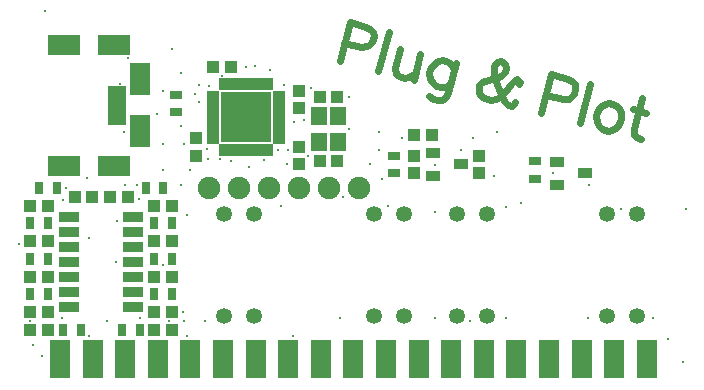
<source format=gts>
%FSLAX46Y46*%
%MOMM*%
%ADD10C,0.600000*%
%AMPS18*
1,1,1.350000,0.000000,0.000000*
%
%ADD18PS18*%
%AMPS17*
1,1,1.350000,0.000000,0.000000*
%
%ADD17PS17*%
%AMPS16*
1,1,1.900000,0.000000,0.000000*
%
%ADD16PS16*%
%AMPS35*
21,1,2.700000,1.700000,0.000000,0.000000,0.000000*
%
%ADD35PS35*%
%AMPS32*
21,1,2.700000,1.700000,0.000000,0.000000,90.000000*
%
%ADD32PS32*%
%AMPS34*
21,1,2.700000,1.700000,0.000000,0.000000,180.000000*
%
%ADD34PS34*%
%AMPS31*
21,1,2.700000,1.700000,0.000000,0.000000,270.000000*
%
%ADD31PS31*%
%AMPS27*
21,1,0.500000,0.950000,0.000000,0.000000,0.000000*
%
%ADD27PS27*%
%AMPS28*
21,1,0.500000,0.950000,0.000000,0.000000,90.000000*
%
%ADD28PS28*%
%AMPS26*
21,1,0.500000,0.950000,0.000000,0.000000,180.000000*
%
%ADD26PS26*%
%AMPS29*
21,1,0.500000,0.950000,0.000000,0.000000,270.000000*
%
%ADD29PS29*%
%AMPS22*
21,1,0.800000,1.700000,0.000000,0.000000,90.000000*
%
%ADD22PS22*%
%AMPS21*
21,1,0.800000,1.700000,0.000000,0.000000,270.000000*
%
%ADD21PS21*%
%AMPS15*
21,1,1.000000,0.950000,0.000000,0.000000,0.000000*
%
%ADD15PS15*%
%AMPS23*
21,1,1.000000,0.950000,0.000000,0.000000,90.000000*
%
%ADD23PS23*%
%AMPS13*
21,1,1.000000,0.950000,0.000000,0.000000,180.000000*
%
%ADD13PS13*%
%AMPS14*
21,1,1.000000,0.950000,0.000000,0.000000,270.000000*
%
%ADD14PS14*%
%AMPS33*
21,1,1.450000,0.600000,0.000000,0.000000,0.000000*
%
%ADD33PS33*%
%AMPS20*
21,1,0.900000,1.200000,0.000000,0.000000,90.000000*
%
%ADD20PS20*%
%AMPS30*
21,1,4.300000,4.300000,0.000000,0.000000,180.000000*
%
%ADD30PS30*%
%AMPS24*
21,1,1.600000,1.400000,0.000000,0.000000,90.000000*
%
%ADD24PS24*%
%AMPS19*
21,1,0.700000,1.100000,0.000000,0.000000,0.000000*
%
%ADD19PS19*%
%AMPS12*
21,1,0.700000,1.100000,0.000000,0.000000,90.000000*
%
%ADD12PS12*%
%AMPS11*
21,1,0.700000,1.100000,0.000000,0.000000,180.000000*
%
%ADD11PS11*%
%AMPS36*
1,1,0.300000,0.000000,0.000000*
%
%ADD36PS36*%
%AMPS25*
21,1,3.200000,1.700000,0.000000,0.000000,90.000000*
%
%ADD25PS25*%
G01*
G01*
%LPD*%
D10*
X28181424Y26747142D02*
X29032828Y30038814D01*
D10*
X30443544Y29673928D02*
X29032828Y30038814D01*
D10*
X30873240Y29395552D02*
X30443544Y29673928D01*
D10*
X30989444Y29198262D02*
X30873240Y29395552D01*
D10*
X31065104Y28844226D02*
X30989444Y29198262D01*
D10*
X30943476Y28373988D02*
X31065104Y28844226D01*
D10*
X30705644Y28101038D02*
X30943476Y28373988D01*
D10*
X30508352Y27984834D02*
X30705644Y28101038D01*
D10*
X29997572Y27949718D02*
X30508352Y27984834D01*
D10*
X28586856Y28314604D02*
X29997572Y27949718D01*
D10*
X31473098Y25895736D02*
X32324502Y29187410D01*
D10*
X32889240Y26198378D02*
X33294670Y27765842D01*
D10*
X32924356Y25687596D02*
X32889240Y26198378D01*
D10*
X33197306Y25449764D02*
X32924356Y25687596D01*
D10*
X33667544Y25328134D02*
X33197306Y25449764D01*
D10*
X34021584Y25403794D02*
X33667544Y25328134D01*
D10*
X34613448Y25752404D02*
X34021584Y25403794D01*
D10*
X34451280Y25125420D02*
X35018880Y27319868D01*
D10*
X37348368Y24041608D02*
X37997060Y26549550D01*
D10*
X37069996Y23611912D02*
X37348368Y24041608D01*
D10*
X36872708Y23495708D02*
X37069996Y23611912D01*
D10*
X36518672Y23420048D02*
X36872708Y23495708D01*
D10*
X36048432Y23541678D02*
X36518672Y23420048D01*
D10*
X35775480Y23779510D02*
X36048432Y23541678D01*
D10*
X37643024Y26473888D02*
X37875432Y26079312D01*
D10*
X37370076Y26711722D02*
X37643024Y26473888D01*
D10*
X36899836Y26833352D02*
X37370076Y26711722D01*
D10*
X36545800Y26757692D02*
X36899836Y26833352D01*
D10*
X36151224Y26525284D02*
X36545800Y26757692D01*
D10*
X35872848Y26095588D02*
X36151224Y26525284D01*
D10*
X35791760Y25782096D02*
X35872848Y26095588D01*
D10*
X35826876Y25271314D02*
X35791760Y25782096D01*
D10*
X36059284Y24876734D02*
X35826876Y25271314D01*
D10*
X36332232Y24638902D02*
X36059284Y24876734D01*
D10*
X36802472Y24517274D02*
X36332232Y24638902D01*
D10*
X37156508Y24592934D02*
X36802472Y24517274D01*
D10*
X37551088Y24825340D02*
X37156508Y24592934D01*
D10*
X43442640Y24973796D02*
X43402096Y24817050D01*
D10*
X43326436Y25171086D02*
X43442640Y24973796D01*
D10*
X43169688Y25211628D02*
X43326436Y25171086D01*
D10*
X42972400Y25095426D02*
X43169688Y25211628D01*
D10*
X42734568Y24822476D02*
X42972400Y25095426D01*
D10*
X42218360Y24119830D02*
X42734568Y24822476D01*
D10*
X41783240Y23730678D02*
X42218360Y24119830D01*
D10*
X41388660Y23498270D02*
X41783240Y23730678D01*
D10*
X41034624Y23422610D02*
X41388660Y23498270D01*
D10*
X40407640Y23584782D02*
X41034624Y23422610D01*
D10*
X40134688Y23822616D02*
X40407640Y23584782D01*
D10*
X40018484Y24019904D02*
X40134688Y23822616D01*
D10*
X39942824Y24373940D02*
X40018484Y24019904D01*
D10*
X40023912Y24687432D02*
X39942824Y24373940D01*
D10*
X40261744Y24960382D02*
X40023912Y24687432D01*
D10*
X40459032Y25076586D02*
X40261744Y24960382D01*
D10*
X41718432Y25419770D02*
X40459032Y25076586D01*
D10*
X41915720Y25535974D02*
X41718432Y25419770D01*
D10*
X42153552Y25808922D02*
X41915720Y25535974D01*
D10*
X42234640Y26122416D02*
X42153552Y25808922D01*
D10*
X42158976Y26476452D02*
X42234640Y26122416D01*
D10*
X41886028Y26714284D02*
X42158976Y26476452D01*
D10*
X41531992Y26638624D02*
X41886028Y26714284D01*
D10*
X41294160Y26365674D02*
X41531992Y26638624D01*
D10*
X41213072Y26052180D02*
X41294160Y26365674D01*
D10*
X41248192Y25541400D02*
X41213072Y26052180D01*
D10*
X41440056Y24990074D02*
X41248192Y25541400D01*
D10*
X41939984Y23690134D02*
X41440056Y24990074D01*
D10*
X42172392Y23295556D02*
X41939984Y23690134D01*
D10*
X42445340Y23057724D02*
X42172392Y23295556D01*
D10*
X42758832Y22976636D02*
X42445340Y23057724D01*
D10*
X42956124Y23092840D02*
X42758832Y22976636D01*
D10*
X42996664Y23249586D02*
X42956124Y23092840D01*
D10*
X45266776Y22327948D02*
X46118180Y25619620D01*
D10*
X47528896Y25254734D02*
X46118180Y25619620D01*
D10*
X47958592Y24976358D02*
X47528896Y25254734D01*
D10*
X48074796Y24779068D02*
X47958592Y24976358D01*
D10*
X48150456Y24425032D02*
X48074796Y24779068D01*
D10*
X48028828Y23954794D02*
X48150456Y24425032D01*
D10*
X47790992Y23681844D02*
X48028828Y23954794D01*
D10*
X47593704Y23565640D02*
X47790992Y23681844D01*
D10*
X47082920Y23530524D02*
X47593704Y23565640D01*
D10*
X45672204Y23895412D02*
X47082920Y23530524D01*
D10*
X48558448Y21476544D02*
X49409852Y24768216D01*
D10*
X50652972Y23108816D02*
X51007008Y23184476D01*
D10*
X50258392Y22876408D02*
X50652972Y23108816D01*
D10*
X49980016Y22446712D02*
X50258392Y22876408D01*
D10*
X49898932Y22133220D02*
X49980016Y22446712D01*
D10*
X49934048Y21622438D02*
X49898932Y22133220D01*
D10*
X50166456Y21227860D02*
X49934048Y21622438D01*
D10*
X50439404Y20990028D02*
X50166456Y21227860D01*
D10*
X50909644Y20868398D02*
X50439404Y20990028D01*
D10*
X51263680Y20944058D02*
X50909644Y20868398D01*
D10*
X51658256Y21176464D02*
X51263680Y20944058D01*
D10*
X51936632Y21606160D02*
X51658256Y21176464D01*
D10*
X52017720Y21919654D02*
X51936632Y21606160D01*
D10*
X51982600Y22430436D02*
X52017720Y21919654D01*
D10*
X51750196Y22825014D02*
X51982600Y22430436D01*
D10*
X51477244Y23062846D02*
X51750196Y22825014D01*
D10*
X51007008Y23184476D02*
X51477244Y23062846D01*
D10*
X53109516Y20968324D02*
X53798748Y23633012D01*
D10*
X53144636Y20457542D02*
X53109516Y20968324D01*
D10*
X53417584Y20219708D02*
X53144636Y20457542D01*
D10*
X53731076Y20138622D02*
X53417584Y20219708D01*
D10*
X54141932Y22373614D02*
X53044708Y22657416D01*
G75*
D11*
X6250000Y4000000D03*
D11*
X4750000Y4000000D03*
D11*
X14000000Y13000000D03*
D11*
X12500000Y13000000D03*
D12*
X32750000Y17250000D03*
D12*
X32750000Y18750000D03*
D13*
X12500000Y4000000D03*
D13*
X14000000Y4000000D03*
D14*
X24750000Y22750000D03*
D14*
X24750000Y24250000D03*
D15*
X14000000Y14500000D03*
D15*
X12500000Y14500000D03*
D13*
X5750000Y15250000D03*
D13*
X7250000Y15250000D03*
D16*
X22230000Y16000000D03*
D16*
X29850000Y16000000D03*
D16*
X27310000Y16000000D03*
D16*
X19690000Y16000000D03*
D16*
X24770000Y16000000D03*
D16*
X17150000Y16000000D03*
D12*
X14350000Y22400000D03*
D12*
X14350000Y23900000D03*
D13*
X2000000Y14500000D03*
D13*
X3500000Y14500000D03*
D17*
X40670000Y13800000D03*
D17*
X53370000Y13800000D03*
D18*
X50830000Y5200000D03*
D17*
X38130000Y13800000D03*
D17*
X50830000Y13800000D03*
D18*
X53370000Y5200000D03*
D18*
X38130000Y5200000D03*
D18*
X40670000Y5200000D03*
D11*
X4250000Y16000000D03*
D11*
X2750000Y16000000D03*
D14*
X40000000Y17250000D03*
D14*
X40000000Y18750000D03*
D19*
X2000000Y13000000D03*
D19*
X3500000Y13000000D03*
D15*
X19000000Y26250000D03*
D15*
X17500000Y26250000D03*
D15*
X28000000Y23750000D03*
D15*
X26500000Y23750000D03*
D19*
X12500000Y10000000D03*
D19*
X14000000Y10000000D03*
D15*
X14000000Y11500000D03*
D15*
X12500000Y11500000D03*
D11*
X14000000Y7000000D03*
D11*
X12500000Y7000000D03*
D13*
X2000000Y5500000D03*
D13*
X3500000Y5500000D03*
D13*
X34500000Y20500000D03*
D13*
X36000000Y20500000D03*
D20*
X48950000Y17250000D03*
D20*
X46550000Y18200000D03*
D20*
X46550000Y16300000D03*
D21*
X5300000Y8480000D03*
D21*
X5300000Y11020000D03*
D22*
X10700000Y8480000D03*
D21*
X5300000Y13560000D03*
D22*
X10700000Y7210000D03*
D22*
X10700000Y9750000D03*
D21*
X5300000Y7210000D03*
D22*
X10700000Y11020000D03*
D21*
X5300000Y9750000D03*
D22*
X10700000Y13560000D03*
D22*
X10700000Y12290000D03*
D21*
X5300000Y12290000D03*
D21*
X5300000Y5940000D03*
D22*
X10700000Y5940000D03*
D19*
X2000000Y7000000D03*
D19*
X3500000Y7000000D03*
D15*
X10250000Y15250000D03*
D15*
X8750000Y15250000D03*
D23*
X34500000Y18750000D03*
D23*
X34500000Y17250000D03*
D17*
X20920000Y13800000D03*
D17*
X33620000Y13800000D03*
D18*
X31080000Y5200000D03*
D17*
X18380000Y13800000D03*
D17*
X31080000Y13800000D03*
D18*
X33620000Y5200000D03*
D18*
X18380000Y5200000D03*
D18*
X20920000Y5200000D03*
D24*
X26450000Y22100000D03*
D24*
X26450000Y19900000D03*
D24*
X28050000Y19900000D03*
D24*
X28050000Y22100000D03*
D13*
X2000000Y11500000D03*
D13*
X3500000Y11500000D03*
D25*
X7270000Y1500000D03*
D25*
X15550000Y1500000D03*
D25*
X37630000Y1500000D03*
D25*
X45910000Y1500000D03*
D25*
X26590000Y1500000D03*
D25*
X43150000Y1500000D03*
D25*
X18310000Y1500000D03*
D25*
X29350000Y1500000D03*
D25*
X40390000Y1500000D03*
D25*
X4510000Y1500000D03*
D25*
X54190000Y1500000D03*
D25*
X12790000Y1500000D03*
D25*
X21070000Y1500000D03*
D25*
X32110000Y1500000D03*
D25*
X48670000Y1500000D03*
D25*
X34870000Y1500000D03*
D25*
X51430000Y1500000D03*
D25*
X23830000Y1500000D03*
D25*
X10030000Y1500000D03*
D26*
X19250000Y24775000D03*
D27*
X20250000Y19225000D03*
D28*
X23025000Y24000000D03*
D27*
X20750000Y19225000D03*
D27*
X21250000Y19225000D03*
D26*
X18250000Y24775000D03*
D27*
X21750000Y19225000D03*
D27*
X22250000Y19225000D03*
D26*
X21250000Y24775000D03*
D29*
X17475000Y22500000D03*
D27*
X19250000Y19225000D03*
D26*
X21750000Y24775000D03*
D28*
X23025000Y23500000D03*
D29*
X17475000Y22000000D03*
D26*
X20250000Y24775000D03*
D28*
X23025000Y22000000D03*
D28*
X23025000Y21500000D03*
D28*
X23025000Y22500000D03*
D26*
X20750000Y24775000D03*
D28*
X23025000Y20000000D03*
D29*
X17475000Y21500000D03*
D27*
X19750000Y19225000D03*
D29*
X17475000Y24000000D03*
D26*
X22250000Y24775000D03*
D26*
X19750000Y24775000D03*
D28*
X23025000Y23000000D03*
D29*
X17475000Y23000000D03*
D29*
X17475000Y20000000D03*
D29*
X17475000Y20500000D03*
D26*
X18750000Y24775000D03*
D28*
X23025000Y20500000D03*
D27*
X18250000Y19225000D03*
D29*
X17475000Y21000000D03*
D28*
X23025000Y21000000D03*
D30*
X20250000Y22000000D03*
D29*
X17475000Y23500000D03*
D27*
X18750000Y19225000D03*
D31*
X11250000Y25200000D03*
D32*
X11250000Y20800000D03*
D33*
X9375000Y22350000D03*
D34*
X9050000Y17850000D03*
D35*
X4850000Y28150000D03*
D33*
X9375000Y24300000D03*
D34*
X4850000Y17850000D03*
D35*
X9050000Y28150000D03*
D33*
X9375000Y23000000D03*
D33*
X9375000Y21700000D03*
D33*
X9375000Y23650000D03*
D15*
X3500000Y4000000D03*
D15*
X2000000Y4000000D03*
D13*
X26500000Y18250000D03*
D13*
X28000000Y18250000D03*
D20*
X38450000Y18000000D03*
D20*
X36050000Y18950000D03*
D20*
X36050000Y17050000D03*
D19*
X11750000Y16000000D03*
D19*
X13250000Y16000000D03*
D12*
X44750000Y16750000D03*
D12*
X44750000Y18250000D03*
D15*
X14000000Y5500000D03*
D15*
X12500000Y5500000D03*
D19*
X9750000Y4000000D03*
D19*
X11250000Y4000000D03*
D23*
X16000000Y20250000D03*
D23*
X16000000Y18750000D03*
D15*
X14000000Y8500000D03*
D15*
X12500000Y8500000D03*
D13*
X2000000Y8500000D03*
D13*
X3500000Y8500000D03*
D11*
X3500000Y10000000D03*
D11*
X2000000Y10000000D03*
D14*
X24750000Y18000000D03*
D14*
X24750000Y19500000D03*
D36*
X21750000Y18340010D03*
D36*
X15499999Y17499999D03*
D36*
X11000000Y16250000D03*
D36*
X23750000Y18000000D03*
D36*
X20500001Y17749999D03*
D36*
X7000000Y11750000D03*
D36*
X13250000Y24250000D03*
D36*
X57250000Y1250000D03*
D36*
X28250000Y5000000D03*
D36*
X31750000Y16750000D03*
D36*
X31500000Y19250000D03*
D36*
X15250000Y13750000D03*
D36*
X24340010Y21615739D03*
D36*
X12750000Y22250000D03*
D36*
X23250000Y14500000D03*
D36*
X18020455Y18500001D03*
D36*
X2000000Y4750000D03*
D36*
X41250000Y17000000D03*
D36*
X32250000Y14500000D03*
D36*
X29000000Y23750000D03*
D36*
X15000000Y19750000D03*
D36*
X17084512Y24621511D03*
D36*
X11207799Y15042201D03*
D36*
X25133849Y21776795D03*
D36*
X1000000Y11250000D03*
D36*
X14750000Y25750000D03*
D36*
X10250000Y27000000D03*
D36*
X28500000Y15250000D03*
D36*
X25500000Y18750000D03*
D36*
X3250000Y31000000D03*
D36*
X36250000Y14000000D03*
D36*
X46250000Y17250000D03*
D36*
X54750000Y5000000D03*
D36*
X10025000Y16250000D03*
D36*
X36250000Y17975000D03*
D36*
X19000000Y18250000D03*
D36*
X43500000Y14750000D03*
D36*
X14000000Y27750000D03*
D36*
X31500000Y20750000D03*
D36*
X3000000Y1750000D03*
D36*
X33500000Y20250000D03*
D36*
X29000000Y21000000D03*
D36*
X42250000Y14390010D03*
D36*
X52000000Y14250000D03*
D36*
X6765491Y16840010D03*
D36*
X22250000Y26000000D03*
D36*
X11250000Y5000000D03*
D36*
X49250000Y5000000D03*
D36*
X14750000Y16250000D03*
D36*
X22991073Y19258936D03*
D36*
X13250000Y17500000D03*
D36*
X15951695Y24003072D03*
D36*
X30750000Y18000000D03*
D36*
X23809985Y19243446D03*
D36*
X9590010Y24848764D03*
D36*
X5000000Y16000000D03*
D36*
X16937971Y19307624D03*
D36*
X16750000Y4750000D03*
D36*
X15250000Y3500000D03*
D36*
X20222952Y26260010D03*
D36*
X14750000Y21250000D03*
D36*
X9960020Y20736423D03*
D36*
X56000000Y3250000D03*
D36*
X25750000Y24500000D03*
D36*
X21031734Y26304642D03*
D36*
X18250000Y25500000D03*
D36*
X2250000Y2750000D03*
D36*
X7000000Y3500000D03*
D36*
X39500000Y20250000D03*
D36*
X36250000Y5000000D03*
D36*
X41500000Y20750000D03*
D36*
X13250000Y19750000D03*
D36*
X15000000Y4750000D03*
D36*
X13750000Y4750000D03*
D36*
X24250000Y3500000D03*
D36*
X9250000Y9750000D03*
D36*
X16250000Y23250000D03*
D36*
X13250000Y9500000D03*
D36*
X9350000Y13200000D03*
D36*
X49276763Y16250009D03*
D36*
X42250000Y5000000D03*
D36*
X39250000Y4750000D03*
D36*
X38500000Y19250000D03*
D36*
X4710000Y5003416D03*
D36*
X4750000Y15000000D03*
D36*
X57500000Y14250000D03*
D36*
X16250000Y24750000D03*
D36*
X17000000Y18500000D03*
D36*
X14925000Y5525000D03*
D36*
X8500000Y4750000D03*
D36*
X23500000Y24750000D03*
M02*

</source>
